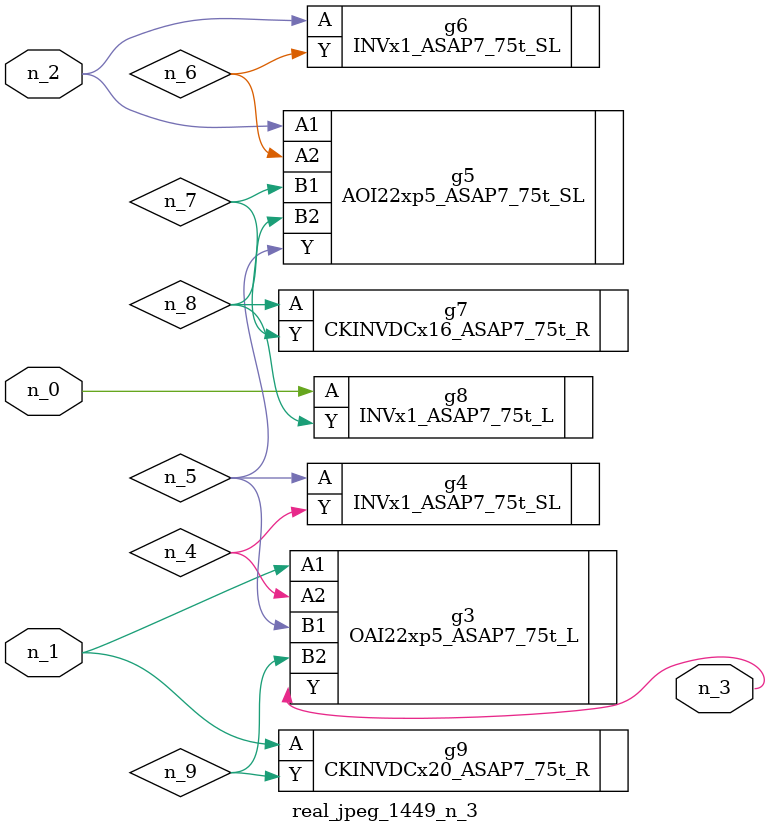
<source format=v>
module real_jpeg_1449_n_3 (n_1, n_0, n_2, n_3);

input n_1;
input n_0;
input n_2;

output n_3;

wire n_5;
wire n_4;
wire n_8;
wire n_6;
wire n_7;
wire n_9;

INVx1_ASAP7_75t_L g8 ( 
.A(n_0),
.Y(n_8)
);

OAI22xp5_ASAP7_75t_L g3 ( 
.A1(n_1),
.A2(n_4),
.B1(n_5),
.B2(n_9),
.Y(n_3)
);

CKINVDCx20_ASAP7_75t_R g9 ( 
.A(n_1),
.Y(n_9)
);

AOI22xp5_ASAP7_75t_SL g5 ( 
.A1(n_2),
.A2(n_6),
.B1(n_7),
.B2(n_8),
.Y(n_5)
);

INVx1_ASAP7_75t_SL g6 ( 
.A(n_2),
.Y(n_6)
);

INVx1_ASAP7_75t_SL g4 ( 
.A(n_5),
.Y(n_4)
);

CKINVDCx16_ASAP7_75t_R g7 ( 
.A(n_8),
.Y(n_7)
);


endmodule
</source>
